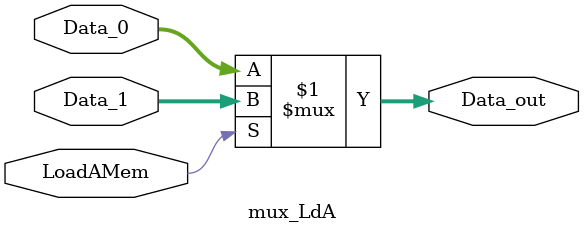
<source format=v>
module mux_LdA (
    input   wire    LoadAMem,
    input   wire    [31:0]  Data_0,     //  REG A
    input   wire    [31:0]  Data_1,     //  Mem[offset + rs][4-0]
    output  wire    [31:0]  Data_out
);

assign  Data_out    =   (LoadAMem) ? Data_1  :   Data_0;

endmodule
</source>
